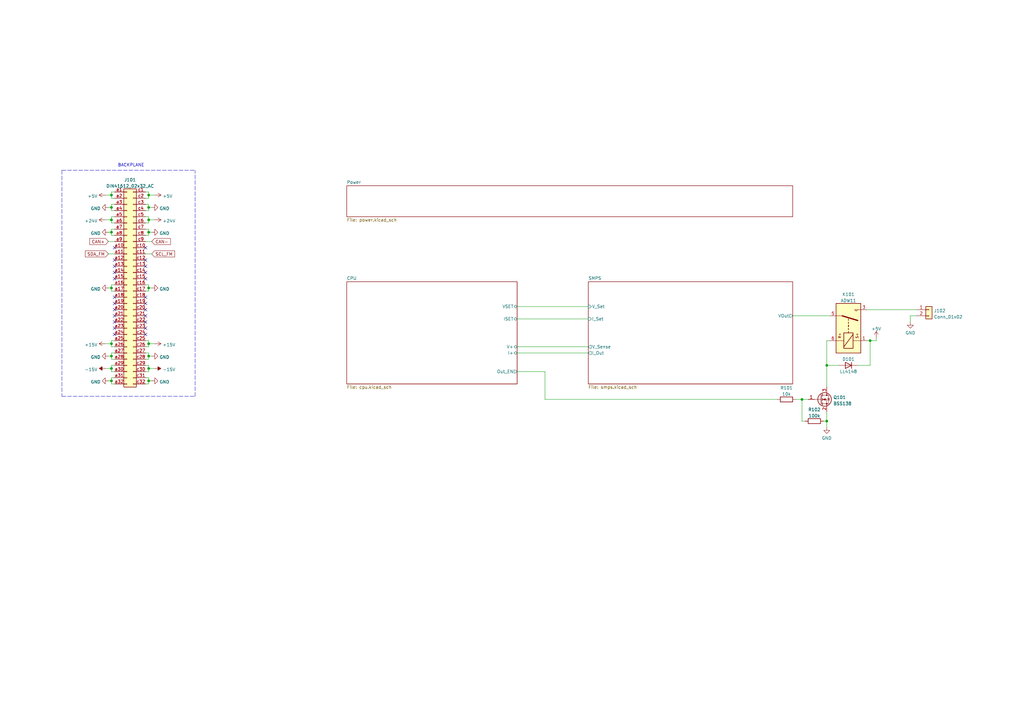
<source format=kicad_sch>
(kicad_sch (version 20211123) (generator eeschema)
  (paper "A3")
  (lib_symbols
    (symbol "Connector:DIN41612_02x32_AC" (pin_names (offset 1.016) hide)
      (property "Reference" "J" (at 1.27 40.64 0))
      (property "Value" "DIN41612_02x32_AC" (at 1.27 -43.18 0))
      (symbol "DIN41612_02x32_AC_1_1"
        (rectangle (start -1.27 -40.513) (end 0 -40.767) (stroke (width 0.1524)))
        (rectangle (start -1.27 -37.973) (end 0 -38.227) (stroke (width 0.1524)))
        (rectangle (start -1.27 -35.433) (end 0 -35.687) (stroke (width 0.1524)))
        (rectangle (start -1.27 -32.893) (end 0 -33.147) (stroke (width 0.1524)))
        (rectangle (start -1.27 -30.353) (end 0 -30.607) (stroke (width 0.1524)))
        (rectangle (start -1.27 -27.813) (end 0 -28.067) (stroke (width 0.1524)))
        (rectangle (start -1.27 -25.273) (end 0 -25.527) (stroke (width 0.1524)))
        (rectangle (start -1.27 -22.733) (end 0 -22.987) (stroke (width 0.1524)))
        (rectangle (start -1.27 -20.193) (end 0 -20.447) (stroke (width 0.1524)))
        (rectangle (start -1.27 -17.653) (end 0 -17.907) (stroke (width 0.1524)))
        (rectangle (start -1.27 -15.113) (end 0 -15.367) (stroke (width 0.1524)))
        (rectangle (start -1.27 -12.573) (end 0 -12.827) (stroke (width 0.1524)))
        (rectangle (start -1.27 -10.033) (end 0 -10.287) (stroke (width 0.1524)))
        (rectangle (start -1.27 -7.493) (end 0 -7.747) (stroke (width 0.1524)))
        (rectangle (start -1.27 -4.953) (end 0 -5.207) (stroke (width 0.1524)))
        (rectangle (start -1.27 -2.413) (end 0 -2.667) (stroke (width 0.1524)))
        (rectangle (start -1.27 0.127) (end 0 -0.127) (stroke (width 0.1524)))
        (rectangle (start -1.27 2.667) (end 0 2.413) (stroke (width 0.1524)))
        (rectangle (start -1.27 5.207) (end 0 4.953) (stroke (width 0.1524)))
        (rectangle (start -1.27 7.747) (end 0 7.493) (stroke (width 0.1524)))
        (rectangle (start -1.27 10.287) (end 0 10.033) (stroke (width 0.1524)))
        (rectangle (start -1.27 12.827) (end 0 12.573) (stroke (width 0.1524)))
        (rectangle (start -1.27 15.367) (end 0 15.113) (stroke (width 0.1524)))
        (rectangle (start -1.27 17.907) (end 0 17.653) (stroke (width 0.1524)))
        (rectangle (start -1.27 20.447) (end 0 20.193) (stroke (width 0.1524)))
        (rectangle (start -1.27 22.987) (end 0 22.733) (stroke (width 0.1524)))
        (rectangle (start -1.27 25.527) (end 0 25.273) (stroke (width 0.1524)))
        (rectangle (start -1.27 28.067) (end 0 27.813) (stroke (width 0.1524)))
        (rectangle (start -1.27 30.607) (end 0 30.353) (stroke (width 0.1524)))
        (rectangle (start -1.27 33.147) (end 0 32.893) (stroke (width 0.1524)))
        (rectangle (start -1.27 35.687) (end 0 35.433) (stroke (width 0.1524)))
        (rectangle (start -1.27 38.227) (end 0 37.973) (stroke (width 0.1524)))
        (rectangle (start -1.27 39.37) (end 3.81 -41.91) (stroke (width 0.254)) (fill (type background)))
        (rectangle (start 3.81 -40.513) (end 2.54 -40.767) (stroke (width 0.1524)))
        (rectangle (start 3.81 -37.973) (end 2.54 -38.227) (stroke (width 0.1524)))
        (rectangle (start 3.81 -35.433) (end 2.54 -35.687) (stroke (width 0.1524)))
        (rectangle (start 3.81 -32.893) (end 2.54 -33.147) (stroke (width 0.1524)))
        (rectangle (start 3.81 -30.353) (end 2.54 -30.607) (stroke (width 0.1524)))
        (rectangle (start 3.81 -27.813) (end 2.54 -28.067) (stroke (width 0.1524)))
        (rectangle (start 3.81 -25.273) (end 2.54 -25.527) (stroke (width 0.1524)))
        (rectangle (start 3.81 -22.733) (end 2.54 -22.987) (stroke (width 0.1524)))
        (rectangle (start 3.81 -20.193) (end 2.54 -20.447) (stroke (width 0.1524)))
        (rectangle (start 3.81 -17.653) (end 2.54 -17.907) (stroke (width 0.1524)))
        (rectangle (start 3.81 -15.113) (end 2.54 -15.367) (stroke (width 0.1524)))
        (rectangle (start 3.81 -12.573) (end 2.54 -12.827) (stroke (width 0.1524)))
        (rectangle (start 3.81 -10.033) (end 2.54 -10.287) (stroke (width 0.1524)))
        (rectangle (start 3.81 -7.493) (end 2.54 -7.747) (stroke (width 0.1524)))
        (rectangle (start 3.81 -4.953) (end 2.54 -5.207) (stroke (width 0.1524)))
        (rectangle (start 3.81 -2.413) (end 2.54 -2.667) (stroke (width 0.1524)))
        (rectangle (start 3.81 0.127) (end 2.54 -0.127) (stroke (width 0.1524)))
        (rectangle (start 3.81 2.667) (end 2.54 2.413) (stroke (width 0.1524)))
        (rectangle (start 3.81 5.207) (end 2.54 4.953) (stroke (width 0.1524)))
        (rectangle (start 3.81 7.747) (end 2.54 7.493) (stroke (width 0.1524)))
        (rectangle (start 3.81 10.287) (end 2.54 10.033) (stroke (width 0.1524)))
        (rectangle (start 3.81 12.827) (end 2.54 12.573) (stroke (width 0.1524)))
        (rectangle (start 3.81 15.367) (end 2.54 15.113) (stroke (width 0.1524)))
        (rectangle (start 3.81 17.907) (end 2.54 17.653) (stroke (width 0.1524)))
        (rectangle (start 3.81 20.447) (end 2.54 20.193) (stroke (width 0.1524)))
        (rectangle (start 3.81 22.987) (end 2.54 22.733) (stroke (width 0.1524)))
        (rectangle (start 3.81 25.527) (end 2.54 25.273) (stroke (width 0.1524)))
        (rectangle (start 3.81 28.067) (end 2.54 27.813) (stroke (width 0.1524)))
        (rectangle (start 3.81 30.607) (end 2.54 30.353) (stroke (width 0.1524)))
        (rectangle (start 3.81 33.147) (end 2.54 32.893) (stroke (width 0.1524)))
        (rectangle (start 3.81 35.687) (end 2.54 35.433) (stroke (width 0.1524)))
        (rectangle (start 3.81 38.227) (end 2.54 37.973) (stroke (width 0.1524)))
        (pin passive line (at -5.08 38.1 0) (length 3.81) (name "Pin_a1") (number "a1"))
        (pin passive line (at -5.08 15.24 0) (length 3.81) (name "Pin_a10") (number "a10"))
        (pin passive line (at -5.08 12.7 0) (length 3.81) (name "Pin_a11") (number "a11"))
        (pin passive line (at -5.08 10.16 0) (length 3.81) (name "Pin_a12") (number "a12"))
        (pin passive line (at -5.08 7.62 0) (length 3.81) (name "Pin_a13") (number "a13"))
        (pin passive line (at -5.08 5.08 0) (length 3.81) (name "Pin_a14") (number "a14"))
        (pin passive line (at -5.08 2.54 0) (length 3.81) (name "Pin_a15") (number "a15"))
        (pin passive line (at -5.08 0 0) (length 3.81) (name "Pin_a16") (number "a16"))
        (pin passive line (at -5.08 -2.54 0) (length 3.81) (name "Pin_a17") (number "a17"))
        (pin passive line (at -5.08 -5.08 0) (length 3.81) (name "Pin_a18") (number "a18"))
        (pin passive line (at -5.08 -7.62 0) (length 3.81) (name "Pin_a19") (number "a19"))
        (pin passive line (at -5.08 35.56 0) (length 3.81) (name "Pin_a2") (number "a2"))
        (pin passive line (at -5.08 -10.16 0) (length 3.81) (name "Pin_a20") (number "a20"))
        (pin passive line (at -5.08 -12.7 0) (length 3.81) (name "Pin_a21") (number "a21"))
        (pin passive line (at -5.08 -15.24 0) (length 3.81) (name "Pin_a22") (number "a22"))
        (pin passive line (at -5.08 -17.78 0) (length 3.81) (name "Pin_a23") (number "a23"))
        (pin passive line (at -5.08 -20.32 0) (length 3.81) (name "Pin_a24") (number "a24"))
        (pin passive line (at -5.08 -22.86 0) (length 3.81) (name "Pin_a25") (number "a25"))
        (pin passive line (at -5.08 -25.4 0) (length 3.81) (name "Pin_a26") (number "a26"))
        (pin passive line (at -5.08 -27.94 0) (length 3.81) (name "Pin_a27") (number "a27"))
        (pin passive line (at -5.08 -30.48 0) (length 3.81) (name "Pin_a28") (number "a28"))
        (pin passive line (at -5.08 -33.02 0) (length 3.81) (name "Pin_a29") (number "a29"))
        (pin passive line (at -5.08 33.02 0) (length 3.81) (name "Pin_a3") (number "a3"))
        (pin passive line (at -5.08 -35.56 0) (length 3.81) (name "Pin_a30") (number "a30"))
        (pin passive line (at -5.08 -38.1 0) (length 3.81) (name "Pin_a31") (number "a31"))
        (pin passive line (at -5.08 -40.64 0) (length 3.81) (name "Pin_a32") (number "a32"))
        (pin passive line (at -5.08 30.48 0) (length 3.81) (name "Pin_a4") (number "a4"))
        (pin passive line (at -5.08 27.94 0) (length 3.81) (name "Pin_a5") (number "a5"))
        (pin passive line (at -5.08 25.4 0) (length 3.81) (name "Pin_a6") (number "a6"))
        (pin passive line (at -5.08 22.86 0) (length 3.81) (name "Pin_a7") (number "a7"))
        (pin passive line (at -5.08 20.32 0) (length 3.81) (name "Pin_a8") (number "a8"))
        (pin passive line (at -5.08 17.78 0) (length 3.81) (name "Pin_a9") (number "a9"))
        (pin passive line (at 7.62 38.1 180) (length 3.81) (name "Pin_c1") (number "c1"))
        (pin passive line (at 7.62 15.24 180) (length 3.81) (name "Pin_c10") (number "c10"))
        (pin passive line (at 7.62 12.7 180) (length 3.81) (name "Pin_c11") (number "c11"))
        (pin passive line (at 7.62 10.16 180) (length 3.81) (name "Pin_c12") (number "c12"))
        (pin passive line (at 7.62 7.62 180) (length 3.81) (name "Pin_c13") (number "c13"))
        (pin passive line (at 7.62 5.08 180) (length 3.81) (name "Pin_c14") (number "c14"))
        (pin passive line (at 7.62 2.54 180) (length 3.81) (name "Pin_c15") (number "c15"))
        (pin passive line (at 7.62 0 180) (length 3.81) (name "Pin_c16") (number "c16"))
        (pin passive line (at 7.62 -2.54 180) (length 3.81) (name "Pin_c17") (number "c17"))
        (pin passive line (at 7.62 -5.08 180) (length 3.81) (name "Pin_c18") (number "c18"))
        (pin passive line (at 7.62 -7.62 180) (length 3.81) (name "Pin_c19") (number "c19"))
        (pin passive line (at 7.62 35.56 180) (length 3.81) (name "Pin_c2") (number "c2"))
        (pin passive line (at 7.62 -10.16 180) (length 3.81) (name "Pin_c20") (number "c20"))
        (pin passive line (at 7.62 -12.7 180) (length 3.81) (name "Pin_c21") (number "c21"))
        (pin passive line (at 7.62 -15.24 180) (length 3.81) (name "Pin_c22") (number "c22"))
        (pin passive line (at 7.62 -17.78 180) (length 3.81) (name "Pin_c23") (number "c23"))
        (pin passive line (at 7.62 -20.32 180) (length 3.81) (name "Pin_c24") (number "c24"))
        (pin passive line (at 7.62 -22.86 180) (length 3.81) (name "Pin_c25") (number "c25"))
        (pin passive line (at 7.62 -25.4 180) (length 3.81) (name "Pin_c26") (number "c26"))
        (pin passive line (at 7.62 -27.94 180) (length 3.81) (name "Pin_c27") (number "c27"))
        (pin passive line (at 7.62 -30.48 180) (length 3.81) (name "Pin_c28") (number "c28"))
        (pin passive line (at 7.62 -33.02 180) (length 3.81) (name "Pin_c29") (number "c29"))
        (pin passive line (at 7.62 33.02 180) (length 3.81) (name "Pin_c3") (number "c3"))
        (pin passive line (at 7.62 -35.56 180) (length 3.81) (name "Pin_c30") (number "c30"))
        (pin passive line (at 7.62 -38.1 180) (length 3.81) (name "Pin_c31") (number "c31"))
        (pin passive line (at 7.62 -40.64 180) (length 3.81) (name "Pin_c32") (number "c32"))
        (pin passive line (at 7.62 30.48 180) (length 3.81) (name "Pin_c4") (number "c4"))
        (pin passive line (at 7.62 27.94 180) (length 3.81) (name "Pin_c5") (number "c5"))
        (pin passive line (at 7.62 25.4 180) (length 3.81) (name "Pin_c6") (number "c6"))
        (pin passive line (at 7.62 22.86 180) (length 3.81) (name "Pin_c7") (number "c7"))
        (pin passive line (at 7.62 20.32 180) (length 3.81) (name "Pin_c8") (number "c8"))
        (pin passive line (at 7.62 17.78 180) (length 3.81) (name "Pin_c9") (number "c9"))
      )
    )
    (symbol "Connector_Generic:Conn_01x02" (pin_names (offset 1.016) hide)
      (property "Reference" "J" (at 0 2.54 0))
      (property "Value" "Conn_01x02" (at 0 -5.08 0))
      (symbol "Conn_01x02_1_1"
        (rectangle (start -1.27 -2.413) (end 0 -2.667) (stroke (width 0.1524)))
        (rectangle (start -1.27 0.127) (end 0 -0.127) (stroke (width 0.1524)))
        (rectangle (start -1.27 1.27) (end 1.27 -3.81) (stroke (width 0.254)) (fill (type background)))
        (pin passive line (at -5.08 0 0) (length 3.81) (name "Pin_1") (number "1"))
        (pin passive line (at -5.08 -2.54 0) (length 3.81) (name "Pin_2") (number "2"))
      )
    )
    (symbol "Device:R" (pin_numbers hide) (pin_names (offset 0))
      (property "Reference" "R" (at 2.032 0 90))
      (property "Value" "R" (at 0 0 90))
      (symbol "R_0_1"
        (rectangle (start -1.016 -2.54) (end 1.016 2.54) (stroke (width 0.254)))
      )
      (symbol "R_1_1"
        (pin passive line (at 0 3.81 270) (length 1.27) (name "~") (number "1"))
        (pin passive line (at 0 -3.81 90) (length 1.27) (name "~") (number "2"))
      )
    )
    (symbol "Diode:LL4148" (pin_numbers hide) (pin_names (offset 1.016) hide)
      (property "Reference" "D" (at 0 2.54 0))
      (property "Value" "LL4148" (at 0 -2.54 0))
      (symbol "LL4148_0_1"
        (polyline (pts (xy -1.27 1.27) (xy -1.27 -1.27)) (stroke (width 0.254)))
        (polyline (pts (xy 1.27 0) (xy -1.27 0)))
        (polyline (pts (xy 1.27 1.27) (xy 1.27 -1.27) (xy -1.27 0) (xy 1.27 1.27)) (stroke (width 0.254)))
      )
      (symbol "LL4148_1_1"
        (pin passive line (at -3.81 0 0) (length 2.54) (name "K") (number "1"))
        (pin passive line (at 3.81 0 180) (length 2.54) (name "A") (number "2"))
      )
    )
    (symbol "Relay:ADW11"
      (property "Reference" "K" (at 11.43 3.81 0))
      (property "Value" "ADW11" (at 13.97 1.27 0))
      (symbol "ADW11_1_1"
        (rectangle (start -10.16 5.08) (end 10.16 -5.08) (stroke (width 0.254)) (fill (type background)))
        (rectangle (start -8.255 1.905) (end -1.905 -1.905) (stroke (width 0.254)))
        (polyline (pts (xy -7.62 -1.905) (xy -2.54 1.905)) (stroke (width 0.254)))
        (polyline (pts (xy -5.08 -5.08) (xy -5.08 -1.905)))
        (polyline (pts (xy -5.08 5.08) (xy -5.08 1.905)))
        (polyline (pts (xy -1.905 0) (xy -1.27 0)) (stroke (width 0.254)))
        (polyline (pts (xy -0.635 0) (xy 0 0)) (stroke (width 0.254)))
        (polyline (pts (xy 0.635 0) (xy 1.27 0)) (stroke (width 0.254)))
        (polyline (pts (xy 0.635 0) (xy 1.27 0)) (stroke (width 0.254)))
        (polyline (pts (xy 1.905 0) (xy 2.54 0)) (stroke (width 0.254)))
        (polyline (pts (xy 3.175 0) (xy 3.81 0)) (stroke (width 0.254)))
        (polyline (pts (xy 5.08 -2.54) (xy 3.175 3.81)) (stroke (width 0.508)))
        (polyline (pts (xy 5.08 -2.54) (xy 5.08 -5.08)))
        (polyline (pts (xy 7.62 3.81) (xy 7.62 5.08)))
        (polyline (pts (xy 7.62 3.81) (xy 7.62 2.54) (xy 6.985 3.175) (xy 7.62 3.81)))
        (text "R+" (at -3.048 -3.556 0) (effects (font (size 1.016 1.016))))
        (text "S+" (at -3.048 3.556 0) (effects (font (size 1.016 1.016))))
        (pin passive line (at -5.08 7.62 270) (length 2.54) (name "~") (number "1"))
        (pin passive line (at 7.62 7.62 270) (length 2.54) (name "~") (number "3"))
        (pin passive line (at 5.08 -7.62 90) (length 2.54) (name "~") (number "5"))
        (pin passive line (at -5.08 -7.62 90) (length 2.54) (name "~") (number "6"))
      )
    )
    (symbol "Transistor_FET:BSS138" (pin_names hide)
      (property "Reference" "Q" (at 5.08 1.905 0))
      (property "Value" "BSS138" (at 5.08 0 0))
      (symbol "BSS138_0_1"
        (polyline (pts (xy 0.254 0) (xy -2.54 0)))
        (polyline (pts (xy 0.254 1.905) (xy 0.254 -1.905)) (stroke (width 0.254)))
        (polyline (pts (xy 0.762 -1.27) (xy 0.762 -2.286)) (stroke (width 0.254)))
        (polyline (pts (xy 0.762 0.508) (xy 0.762 -0.508)) (stroke (width 0.254)))
        (polyline (pts (xy 0.762 2.286) (xy 0.762 1.27)) (stroke (width 0.254)))
        (polyline (pts (xy 2.54 2.54) (xy 2.54 1.778)))
        (polyline (pts (xy 2.54 -2.54) (xy 2.54 0) (xy 0.762 0)))
        (polyline (pts (xy 0.762 -1.778) (xy 3.302 -1.778) (xy 3.302 1.778) (xy 0.762 1.778)))
        (polyline (pts (xy 1.016 0) (xy 2.032 0.381) (xy 2.032 -0.381) (xy 1.016 0)) (fill (type outline)))
        (polyline (pts (xy 2.794 0.508) (xy 2.921 0.381) (xy 3.683 0.381) (xy 3.81 0.254)))
        (polyline (pts (xy 3.302 0.381) (xy 2.921 -0.254) (xy 3.683 -0.254) (xy 3.302 0.381)))
        (circle (center 1.651 0) (radius 2.794) (stroke (width 0.254)))
        (circle (center 2.54 -1.778) (radius 0.254) (fill (type outline)))
        (circle (center 2.54 1.778) (radius 0.254) (fill (type outline)))
      )
      (symbol "BSS138_1_1"
        (pin input line (at -5.08 0 0) (length 2.54) (name "G") (number "1"))
        (pin passive line (at 2.54 -5.08 90) (length 2.54) (name "S") (number "2"))
        (pin passive line (at 2.54 5.08 270) (length 2.54) (name "D") (number "3"))
      )
    )
    (symbol "power:+15V" (power) (pin_names (offset 0))
      (property "Value" "+15V" (at 0 3.556 0))
      (symbol "+15V_0_1"
        (polyline (pts (xy -0.762 1.27) (xy 0 2.54)))
        (polyline (pts (xy 0 0) (xy 0 2.54)))
        (polyline (pts (xy 0 2.54) (xy 0.762 1.27)))
      )
      (symbol "+15V_1_1"
        (pin power_in line (at 0 0 90) (length 0) hide (name "+15V") (number "1"))
      )
    )
    (symbol "power:+24V" (power) (pin_names (offset 0))
      (property "Value" "+24V" (at 0 3.556 0))
      (symbol "+24V_0_1"
        (polyline (pts (xy -0.762 1.27) (xy 0 2.54)))
        (polyline (pts (xy 0 0) (xy 0 2.54)))
        (polyline (pts (xy 0 2.54) (xy 0.762 1.27)))
      )
      (symbol "+24V_1_1"
        (pin power_in line (at 0 0 90) (length 0) hide (name "+24V") (number "1"))
      )
    )
    (symbol "power:+5V" (power) (pin_names (offset 0))
      (property "Value" "+5V" (at 0 3.556 0))
      (symbol "+5V_0_1"
        (polyline (pts (xy -0.762 1.27) (xy 0 2.54)))
        (polyline (pts (xy 0 0) (xy 0 2.54)))
        (polyline (pts (xy 0 2.54) (xy 0.762 1.27)))
      )
      (symbol "+5V_1_1"
        (pin power_in line (at 0 0 90) (length 0) hide (name "+5V") (number "1"))
      )
    )
    (symbol "power:-15V" (power) (pin_names (offset 0))
      (property "Value" "-15V" (at 0 3.81 0))
      (symbol "-15V_0_0"
        (pin power_in line (at 0 0 90) (length 0) hide (name "-15V") (number "1"))
      )
      (symbol "-15V_0_1"
        (polyline (pts (xy 0 0) (xy 0 1.27) (xy 0.762 1.27) (xy 0 2.54) (xy -0.762 1.27) (xy 0 1.27)) (fill (type outline)))
      )
    )
    (symbol "power:GND" (power) (pin_names (offset 0))
      (property "Value" "GND" (at 0 -3.81 0))
      (symbol "GND_0_1"
        (polyline (pts (xy 0 0) (xy 0 -1.27) (xy 1.27 -1.27) (xy 0 -2.54) (xy -1.27 -1.27) (xy 0 -1.27)))
      )
      (symbol "GND_1_1"
        (pin power_in line (at 0 0 270) (length 0) hide (name "GND") (number "1"))
      )
    )
  )
  (junction (at 60.96 151.13))
  (junction (at 60.96 80.01))
  (junction (at 60.96 140.97))
  (junction (at 339.09 149.86))
  (junction (at 45.72 85.09))
  (junction (at 339.09 172.72))
  (junction (at 356.87 139.7))
  (junction (at 60.96 95.25))
  (junction (at 60.96 85.09))
  (junction (at 45.72 95.25))
  (junction (at 45.72 146.05))
  (junction (at 60.96 118.11))
  (junction (at 60.96 156.21))
  (junction (at 45.72 156.21))
  (junction (at 45.72 151.13))
  (junction (at 328.93 163.83))
  (junction (at 45.72 90.17))
  (junction (at 45.72 118.11))
  (junction (at 60.96 146.05))
  (junction (at 45.72 140.97))
  (junction (at 45.72 80.01))
  (junction (at 60.96 90.17))
  (no_connect (at 59.69 127))
  (no_connect (at 59.69 109.22))
  (no_connect (at 59.69 121.92))
  (no_connect (at 46.99 111.76))
  (no_connect (at 46.99 127))
  (no_connect (at 46.99 101.6))
  (no_connect (at 46.99 121.92))
  (no_connect (at 59.69 137.16))
  (no_connect (at 59.69 106.68))
  (no_connect (at 59.69 134.62))
  (no_connect (at 46.99 129.54))
  (no_connect (at 46.99 132.08))
  (no_connect (at 46.99 114.3))
  (no_connect (at 59.69 124.46))
  (no_connect (at 46.99 124.46))
  (no_connect (at 59.69 101.6))
  (no_connect (at 46.99 137.16))
  (no_connect (at 59.69 129.54))
  (no_connect (at 59.69 111.76))
  (no_connect (at 46.99 134.62))
  (no_connect (at 59.69 132.08))
  (no_connect (at 46.99 106.68))
  (no_connect (at 59.69 114.3))
  (no_connect (at 46.99 109.22))
  (wire (pts (xy 212.09 130.81) (xy 241.3 130.81)))
  (wire (pts (xy 60.96 147.32) (xy 59.69 147.32)))
  (wire (pts (xy 60.96 80.01) (xy 60.96 78.74)))
  (wire (pts (xy 43.18 151.13) (xy 45.72 151.13)))
  (wire (pts (xy 212.09 142.24) (xy 241.3 142.24)))
  (wire (pts (xy 60.96 156.21) (xy 60.96 157.48)))
  (wire (pts (xy 59.69 142.24) (xy 60.96 142.24)))
  (wire (pts (xy 325.12 129.54) (xy 340.36 129.54)))
  (wire (pts (xy 60.96 85.09) (xy 62.23 85.09)))
  (wire (pts (xy 60.96 85.09) (xy 60.96 86.36)))
  (wire (pts (xy 45.72 80.01) (xy 45.72 81.28)))
  (wire (pts (xy 45.72 90.17) (xy 45.72 91.44)))
  (wire (pts (xy 44.45 104.14) (xy 46.99 104.14)))
  (wire (pts (xy 59.69 78.74) (xy 60.96 78.74)))
  (wire (pts (xy 45.72 152.4) (xy 46.99 152.4)))
  (wire (pts (xy 45.72 119.38) (xy 45.72 118.11)))
  (wire (pts (xy 59.69 152.4) (xy 60.96 152.4)))
  (wire (pts (xy 46.99 88.9) (xy 45.72 88.9)))
  (wire (pts (xy 330.2 172.72) (xy 328.93 172.72)))
  (wire (pts (xy 46.99 149.86) (xy 45.72 149.86)))
  (wire (pts (xy 60.96 118.11) (xy 60.96 116.84)))
  (wire (pts (xy 60.96 156.21) (xy 62.23 156.21)))
  (wire (pts (xy 43.18 80.01) (xy 45.72 80.01)))
  (wire (pts (xy 359.41 138.43) (xy 359.41 139.7)))
  (wire (pts (xy 45.72 88.9) (xy 45.72 90.17)))
  (wire (pts (xy 46.99 142.24) (xy 45.72 142.24)))
  (polyline (pts (xy 25.4 69.85) (xy 25.4 162.56)))
  (wire (pts (xy 60.96 93.98) (xy 60.96 95.25)))
  (polyline (pts (xy 25.4 69.85) (xy 80.01 69.85)))
  (wire (pts (xy 59.69 99.06) (xy 62.23 99.06)))
  (wire (pts (xy 46.99 119.38) (xy 45.72 119.38)))
  (wire (pts (xy 60.96 90.17) (xy 63.5 90.17)))
  (wire (pts (xy 60.96 95.25) (xy 62.23 95.25)))
  (wire (pts (xy 373.38 129.54) (xy 373.38 132.08)))
  (wire (pts (xy 45.72 156.21) (xy 45.72 154.94)))
  (wire (pts (xy 59.69 93.98) (xy 60.96 93.98)))
  (wire (pts (xy 45.72 96.52) (xy 45.72 95.25)))
  (wire (pts (xy 45.72 81.28) (xy 46.99 81.28)))
  (wire (pts (xy 223.52 152.4) (xy 223.52 163.83)))
  (wire (pts (xy 60.96 139.7) (xy 60.96 140.97)))
  (wire (pts (xy 59.69 154.94) (xy 60.96 154.94)))
  (wire (pts (xy 46.99 147.32) (xy 45.72 147.32)))
  (wire (pts (xy 45.72 83.82) (xy 46.99 83.82)))
  (wire (pts (xy 44.45 118.11) (xy 45.72 118.11)))
  (wire (pts (xy 60.96 118.11) (xy 62.23 118.11)))
  (wire (pts (xy 355.6 127) (xy 375.92 127)))
  (wire (pts (xy 46.99 139.7) (xy 45.72 139.7)))
  (wire (pts (xy 60.96 116.84) (xy 59.69 116.84)))
  (wire (pts (xy 45.72 78.74) (xy 45.72 80.01)))
  (wire (pts (xy 60.96 96.52) (xy 59.69 96.52)))
  (wire (pts (xy 45.72 157.48) (xy 45.72 156.21)))
  (wire (pts (xy 46.99 96.52) (xy 45.72 96.52)))
  (wire (pts (xy 60.96 119.38) (xy 60.96 118.11)))
  (wire (pts (xy 375.92 129.54) (xy 373.38 129.54)))
  (wire (pts (xy 60.96 146.05) (xy 60.96 147.32)))
  (wire (pts (xy 59.69 149.86) (xy 60.96 149.86)))
  (wire (pts (xy 59.69 144.78) (xy 60.96 144.78)))
  (wire (pts (xy 339.09 172.72) (xy 339.09 175.26)))
  (wire (pts (xy 60.96 151.13) (xy 60.96 152.4)))
  (wire (pts (xy 45.72 118.11) (xy 45.72 116.84)))
  (wire (pts (xy 45.72 85.09) (xy 45.72 83.82)))
  (wire (pts (xy 45.72 95.25) (xy 45.72 93.98)))
  (polyline (pts (xy 25.4 162.56) (xy 80.01 162.56)))
  (wire (pts (xy 45.72 147.32) (xy 45.72 146.05)))
  (wire (pts (xy 44.45 99.06) (xy 46.99 99.06)))
  (wire (pts (xy 212.09 144.78) (xy 241.3 144.78)))
  (wire (pts (xy 339.09 168.91) (xy 339.09 172.72)))
  (wire (pts (xy 45.72 116.84) (xy 46.99 116.84)))
  (wire (pts (xy 45.72 154.94) (xy 46.99 154.94)))
  (wire (pts (xy 326.39 163.83) (xy 328.93 163.83)))
  (wire (pts (xy 45.72 140.97) (xy 45.72 142.24)))
  (wire (pts (xy 44.45 146.05) (xy 45.72 146.05)))
  (wire (pts (xy 59.69 83.82) (xy 60.96 83.82)))
  (wire (pts (xy 60.96 149.86) (xy 60.96 151.13)))
  (wire (pts (xy 351.79 149.86) (xy 356.87 149.86)))
  (wire (pts (xy 43.18 90.17) (xy 45.72 90.17)))
  (wire (pts (xy 355.6 139.7) (xy 356.87 139.7)))
  (wire (pts (xy 45.72 93.98) (xy 46.99 93.98)))
  (wire (pts (xy 60.96 95.25) (xy 60.96 96.52)))
  (wire (pts (xy 45.72 149.86) (xy 45.72 151.13)))
  (wire (pts (xy 60.96 88.9) (xy 60.96 90.17)))
  (wire (pts (xy 46.99 157.48) (xy 45.72 157.48)))
  (wire (pts (xy 44.45 156.21) (xy 45.72 156.21)))
  (polyline (pts (xy 80.01 162.56) (xy 80.01 69.85)))
  (wire (pts (xy 212.09 152.4) (xy 223.52 152.4)))
  (wire (pts (xy 328.93 163.83) (xy 331.47 163.83)))
  (wire (pts (xy 212.09 125.73) (xy 241.3 125.73)))
  (wire (pts (xy 60.96 80.01) (xy 63.5 80.01)))
  (wire (pts (xy 339.09 172.72) (xy 337.82 172.72)))
  (wire (pts (xy 59.69 104.14) (xy 62.23 104.14)))
  (wire (pts (xy 59.69 81.28) (xy 60.96 81.28)))
  (wire (pts (xy 45.72 146.05) (xy 45.72 144.78)))
  (wire (pts (xy 45.72 86.36) (xy 45.72 85.09)))
  (wire (pts (xy 328.93 172.72) (xy 328.93 163.83)))
  (wire (pts (xy 59.69 119.38) (xy 60.96 119.38)))
  (wire (pts (xy 46.99 86.36) (xy 45.72 86.36)))
  (wire (pts (xy 45.72 91.44) (xy 46.99 91.44)))
  (wire (pts (xy 60.96 154.94) (xy 60.96 156.21)))
  (wire (pts (xy 356.87 149.86) (xy 356.87 139.7)))
  (wire (pts (xy 45.72 144.78) (xy 46.99 144.78)))
  (wire (pts (xy 60.96 90.17) (xy 60.96 91.44)))
  (wire (pts (xy 60.96 140.97) (xy 60.96 142.24)))
  (wire (pts (xy 60.96 83.82) (xy 60.96 85.09)))
  (wire (pts (xy 60.96 144.78) (xy 60.96 146.05)))
  (wire (pts (xy 60.96 151.13) (xy 63.5 151.13)))
  (wire (pts (xy 359.41 139.7) (xy 356.87 139.7)))
  (wire (pts (xy 60.96 146.05) (xy 62.23 146.05)))
  (wire (pts (xy 43.18 140.97) (xy 45.72 140.97)))
  (wire (pts (xy 59.69 88.9) (xy 60.96 88.9)))
  (wire (pts (xy 339.09 149.86) (xy 339.09 158.75)))
  (wire (pts (xy 60.96 140.97) (xy 63.5 140.97)))
  (wire (pts (xy 60.96 81.28) (xy 60.96 80.01)))
  (wire (pts (xy 44.45 85.09) (xy 45.72 85.09)))
  (wire (pts (xy 59.69 139.7) (xy 60.96 139.7)))
  (wire (pts (xy 223.52 163.83) (xy 318.77 163.83)))
  (wire (pts (xy 339.09 139.7) (xy 340.36 139.7)))
  (wire (pts (xy 339.09 149.86) (xy 339.09 139.7)))
  (wire (pts (xy 344.17 149.86) (xy 339.09 149.86)))
  (wire (pts (xy 60.96 86.36) (xy 59.69 86.36)))
  (wire (pts (xy 45.72 139.7) (xy 45.72 140.97)))
  (wire (pts (xy 60.96 157.48) (xy 59.69 157.48)))
  (wire (pts (xy 44.45 95.25) (xy 45.72 95.25)))
  (wire (pts (xy 59.69 91.44) (xy 60.96 91.44)))
  (wire (pts (xy 45.72 151.13) (xy 45.72 152.4)))
  (wire (pts (xy 46.99 78.74) (xy 45.72 78.74)))
  (text "BACKPLANE" (at 48.26 68.58 0) (effects (font (size 1.27 1.27)) (justify left bottom)))
  (global_label "CAN+" (shape input) (at 44.45 99.06 180) (property "Intersheet References" "${INTERSHEET_REFS}" (effects hide)))
  (global_label "SCL_FM" (shape input) (at 62.23 104.14 0) (property "Intersheet References" "${INTERSHEET_REFS}" (effects hide)))
  (global_label "SDA_FM" (shape input) (at 44.45 104.14 180) (property "Intersheet References" "${INTERSHEET_REFS}" (effects hide)))
  (global_label "CAN-" (shape input) (at 62.23 99.06 0) (property "Intersheet References" "${INTERSHEET_REFS}" (effects hide)))
  (symbol (lib_id "power:GND") (at 44.45 156.21 270) (unit 1)
    (property "Reference" "#PWR0109" (effects hide))
    (property "Value" "GND" (at 41.2751 156.6438 90) (effects (justify right)))
  )
  (symbol (lib_id "Connector_Generic:Conn_01x02") (at 381 127 0) (unit 1)
    (property "Reference" "J102" (at 383.032 127.4353 0) (effects (justify left)))
    (property "Value" "Conn_01x02" (at 383.032 129.9722 0) (effects (justify left)))
    (property "Footprint" "Connector_PinSocket_2.54mm:PinSocket_1x02_P2.54mm_Vertical" (effects hide))
  )
  (symbol (lib_id "Relay:ADW11") (at 347.98 134.62 270) (mirror x) (unit 1)
    (property "Reference" "K101" (at 347.98 120.7602 90))
    (property "Value" "ADW11" (at 347.98 123.2971 90))
    (property "Footprint" "eigene:JS 05 MN KT" (effects hide))
    (property "Datasheet" "https://www.panasonic-electric-works.com/pew/es/downloads/ds_dw_hl_en.pdf" (effects hide))
  )
  (symbol (lib_id "power:GND") (at 373.38 132.08 0) (unit 1)
    (property "Reference" "#PWR0119" (effects hide))
    (property "Value" "GND" (at 373.38 136.5234 0))
  )
  (symbol (lib_id "power:+15V") (at 63.5 140.97 270) (unit 1)
    (property "Reference" "#PWR0117" (effects hide))
    (property "Value" "+15V" (at 66.675 141.4038 90) (effects (justify left)))
  )
  (symbol (lib_id "power:GND") (at 44.45 85.09 270) (unit 1)
    (property "Reference" "#PWR0105" (effects hide))
    (property "Value" "GND" (at 41.2751 85.5238 90) (effects (justify right)))
  )
  (symbol (lib_id "power:+5V") (at 359.41 138.43 0) (unit 1)
    (property "Reference" "#PWR0120" (effects hide))
    (property "Value" "+5V" (at 359.41 134.8542 0))
  )
  (symbol (lib_id "power:+24V") (at 43.18 90.17 90) (unit 1)
    (property "Reference" "#PWR0102" (effects hide))
    (property "Value" "+24V" (at 40.005 90.6038 90) (effects (justify left)))
  )
  (symbol (lib_id "power:+15V") (at 43.18 140.97 90) (unit 1)
    (property "Reference" "#PWR0103" (effects hide))
    (property "Value" "+15V" (at 40.005 141.4038 90) (effects (justify left)))
  )
  (symbol (lib_id "power:GND") (at 62.23 118.11 90) (unit 1)
    (property "Reference" "#PWR0112" (effects hide))
    (property "Value" "GND" (at 65.405 118.5438 90) (effects (justify right)))
  )
  (symbol (lib_id "power:GND") (at 62.23 85.09 90) (unit 1)
    (property "Reference" "#PWR0110" (effects hide))
    (property "Value" "GND" (at 65.405 85.5238 90) (effects (justify right)))
  )
  (symbol (lib_id "power:GND") (at 339.09 175.26 0) (unit 1)
    (property "Reference" "#PWR0121" (effects hide))
    (property "Value" "GND" (at 339.09 179.7034 0))
  )
  (symbol (lib_id "Transistor_FET:BSS138") (at 336.55 163.83 0) (unit 1)
    (property "Reference" "Q101" (at 341.757 162.9953 0) (effects (justify left)))
    (property "Value" "BSS138" (at 341.757 165.5322 0) (effects (justify left)))
    (property "Footprint" "Package_TO_SOT_SMD:SOT-23" (effects hide))
    (property "Datasheet" "https://www.onsemi.com/pub/Collateral/BSS138-D.PDF" (effects hide))
  )
  (symbol (lib_id "power:GND") (at 62.23 156.21 90) (unit 1)
    (property "Reference" "#PWR0114" (effects hide))
    (property "Value" "GND" (at 65.405 156.6438 90) (effects (justify right)))
  )
  (symbol (lib_id "power:GND") (at 62.23 146.05 90) (unit 1)
    (property "Reference" "#PWR0113" (effects hide))
    (property "Value" "GND" (at 65.405 146.4838 90) (effects (justify right)))
  )
  (symbol (lib_id "Diode:LL4148") (at 347.98 149.86 180) (unit 1)
    (property "Reference" "D101" (at 347.98 147.32 0))
    (property "Value" "LL4148" (at 347.98 152.4 0))
    (property "Footprint" "Diode_SMD:D_MiniMELF" (effects hide))
    (property "Datasheet" "http://www.vishay.com/docs/85557/ll4148.pdf" (effects hide))
  )
  (symbol (lib_id "power:GND") (at 44.45 118.11 270) (unit 1)
    (property "Reference" "#PWR0107" (effects hide))
    (property "Value" "GND" (at 41.2751 118.5438 90) (effects (justify right)))
  )
  (symbol (lib_id "power:+24V") (at 63.5 90.17 270) (unit 1)
    (property "Reference" "#PWR0116" (effects hide))
    (property "Value" "+24V" (at 66.675 90.6038 90) (effects (justify left)))
  )
  (symbol (lib_id "Connector:DIN41612_02x32_AC") (at 52.07 116.84 0) (unit 1)
    (property "Reference" "J101" (at 53.34 73.7702 0))
    (property "Value" "DIN41612_02x32_AC" (at 53.34 76.3071 0))
    (property "Footprint" "eigene:VG64_Euro" (effects hide))
  )
  (symbol (lib_id "power:GND") (at 44.45 95.25 270) (unit 1)
    (property "Reference" "#PWR0106" (effects hide))
    (property "Value" "GND" (at 41.2751 95.6838 90) (effects (justify right)))
  )
  (symbol (lib_id "power:+5V") (at 63.5 80.01 270) (unit 1)
    (property "Reference" "#PWR0115" (effects hide))
    (property "Value" "+5V" (at 66.675 80.4438 90) (effects (justify left)))
  )
  (symbol (lib_id "power:GND") (at 62.23 95.25 90) (unit 1)
    (property "Reference" "#PWR0111" (effects hide))
    (property "Value" "GND" (at 65.405 95.6838 90) (effects (justify right)))
  )
  (symbol (lib_id "Device:R") (at 334.01 172.72 270) (unit 1)
    (property "Reference" "R102" (at 334.01 168.0042 90))
    (property "Value" "100k" (at 334.01 170.5411 90))
    (property "Footprint" "Resistor_SMD:R_0805_2012Metric" (effects hide))
  )
  (symbol (lib_id "power:GND") (at 44.45 146.05 270) (unit 1)
    (property "Reference" "#PWR0108" (effects hide))
    (property "Value" "GND" (at 41.2751 146.4838 90) (effects (justify right)))
  )
  (symbol (lib_id "power:-15V") (at 43.18 151.13 90) (unit 1)
    (property "Reference" "#PWR0104" (effects hide))
    (property "Value" "-15V" (at 40.005 151.5638 90) (effects (justify left)))
  )
  (symbol (lib_id "power:-15V") (at 63.5 151.13 270) (unit 1)
    (property "Reference" "#PWR0118" (effects hide))
    (property "Value" "-15V" (at 66.675 151.5638 90) (effects (justify left)))
  )
  (symbol (lib_id "Device:R") (at 322.58 163.83 270) (unit 1)
    (property "Reference" "R101" (at 322.58 159.1142 90))
    (property "Value" "10k" (at 322.58 161.6511 90))
    (property "Footprint" "Resistor_SMD:R_0805_2012Metric" (effects hide))
  )
  (symbol (lib_id "power:+5V") (at 43.18 80.01 90) (unit 1)
    (property "Reference" "#PWR0101" (effects hide))
    (property "Value" "+5V" (at 40.0051 80.4438 90) (effects (justify left)))
  )
  (sheet (at 241.3 115.57) (size 83.82 41.91) (stroke (width 0.1524))
    (property "Sheet name" "SMPS" (at 241.3 114.8584 0) (effects (justify left bottom)))
    (property "Sheet file" "smps.kicad_sch" (at 241.3 158.0646 0) (effects (justify left top)))
    (pin "I_Set" input (at 241.3 130.81 180))
    (pin "V_Set" input (at 241.3 125.73 180))
    (pin "I_Out" output (at 241.3 144.78 180))
    (pin "VOut" output (at 325.12 129.54 0))
    (pin "V_Sense" output (at 241.3 142.24 180))
  )
  (sheet (at 142.24 115.57) (size 69.85 41.91) (stroke (width 0.1524))
    (property "Sheet name" "CPU" (at 142.24 114.8584 0) (effects (justify left bottom)))
    (property "Sheet file" "cpu.kicad_sch" (at 142.24 158.0646 0) (effects (justify left top)))
    (pin "VSET" bidirectional (at 212.09 125.73 0))
    (pin "ISET" bidirectional (at 212.09 130.81 0))
    (pin "V+" bidirectional (at 212.09 142.24 0))
    (pin "I+" bidirectional (at 212.09 144.78 0))
    (pin "Out_EN" output (at 212.09 152.4 0))
  )
  (sheet (at 142.24 76.2) (size 182.88 12.7) (stroke (width 0.1524))
    (property "Sheet name" "Power" (at 142.24 75.4884 0) (effects (justify left bottom)))
    (property "Sheet file" "power.kicad_sch" (at 142.24 89.4846 0) (effects (justify left top)))
  )
)
</source>
